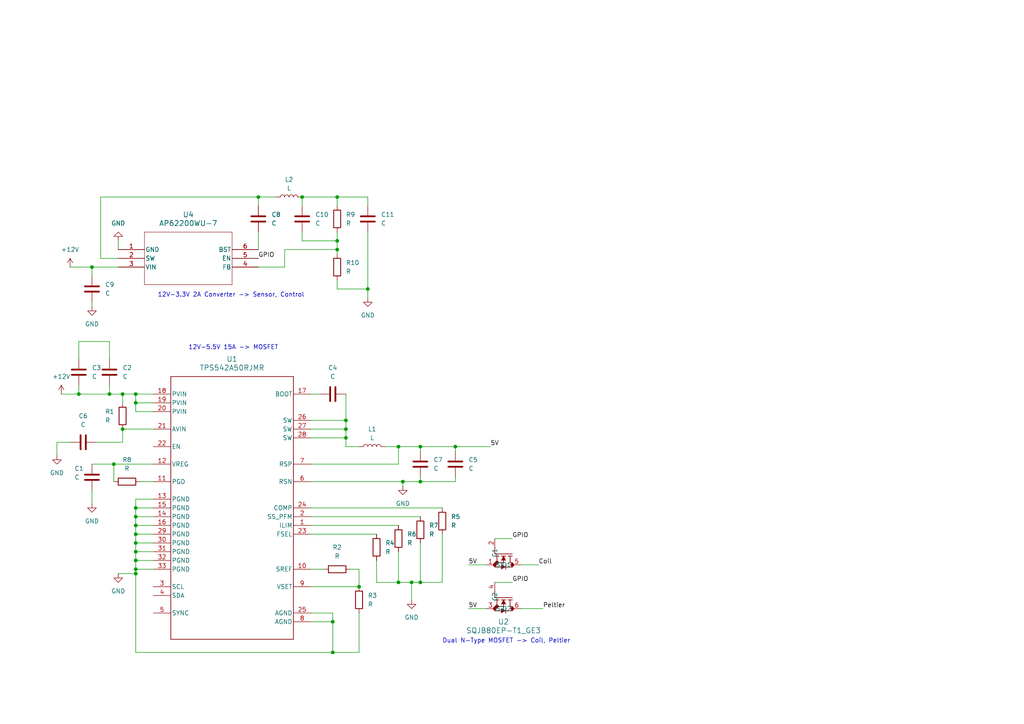
<source format=kicad_sch>
(kicad_sch (version 20230121) (generator eeschema)
  (paper "A4")
  (lib_symbols
    (symbol "AP62200WU_7:AP62200WU-7" (pin_names (offset 0.254))
      (property "Reference" "U" (at 20.32 10.16 0))
      (property "Value" "AP62200WU-7" (at 20.32 7.62 0))
      (symbol "AP62200WU-7_1_1"
        (polyline (pts (xy 7.62 -10.16) (xy 33.02 -10.16)) (stroke (width 0.127)))
        (polyline (pts (xy 7.62 5.08) (xy 7.62 -10.16)) (stroke (width 0.127)))
        (polyline (pts (xy 33.02 -10.16) (xy 33.02 5.08)) (stroke (width 0.127)))
        (polyline (pts (xy 33.02 5.08) (xy 7.62 5.08)) (stroke (width 0.127)))
        (pin power_out line (at 0 0 0) (length 7.62) (name "GND") (number "1"))
        (pin unspecified line (at 0 -2.54 0) (length 7.62) (name "SW") (number "2"))
        (pin power_in line (at 0 -5.08 0) (length 7.62) (name "VIN") (number "3"))
        (pin unspecified line (at 40.64 -5.08 180) (length 7.62) (name "FB") (number "4"))
        (pin input line (at 40.64 -2.54 180) (length 7.62) (name "EN") (number "5"))
        (pin input line (at 40.64 0 180) (length 7.62) (name "BST") (number "6"))
      )
    )
    (symbol "Device:C" (pin_numbers hide) (pin_names (offset 0.254))
      (property "Reference" "C" (at 0.635 2.54 0))
      (property "Value" "C" (at 0.635 -2.54 0))
      (symbol "C_0_1"
        (polyline (pts (xy -2.032 -0.762) (xy 2.032 -0.762)) (stroke (width 0.508)))
        (polyline (pts (xy -2.032 0.762) (xy 2.032 0.762)) (stroke (width 0.508)))
      )
      (symbol "C_1_1"
        (pin passive line (at 0 3.81 270) (length 2.794) (name "~") (number "1"))
        (pin passive line (at 0 -3.81 90) (length 2.794) (name "~") (number "2"))
      )
    )
    (symbol "Device:L" (pin_numbers hide) (pin_names (offset 1.016) hide)
      (property "Reference" "L" (at -1.27 0 90))
      (property "Value" "L" (at 1.905 0 90))
      (symbol "L_0_1"
        (arc (start 0 -2.54) (mid 0.6323 -1.905) (end 0 -1.27))
        (arc (start 0 -1.27) (mid 0.6323 -0.635) (end 0 0))
        (arc (start 0 0) (mid 0.6323 0.635) (end 0 1.27))
        (arc (start 0 1.27) (mid 0.6323 1.905) (end 0 2.54))
      )
      (symbol "L_1_1"
        (pin passive line (at 0 3.81 270) (length 1.27) (name "1") (number "1"))
        (pin passive line (at 0 -3.81 90) (length 1.27) (name "2") (number "2"))
      )
    )
    (symbol "Device:R" (pin_numbers hide) (pin_names (offset 0))
      (property "Reference" "R" (at 2.032 0 90))
      (property "Value" "R" (at 0 0 90))
      (symbol "R_0_1"
        (rectangle (start -1.016 -2.54) (end 1.016 2.54) (stroke (width 0.254)))
      )
      (symbol "R_1_1"
        (pin passive line (at 0 3.81 270) (length 1.27) (name "~") (number "1"))
        (pin passive line (at 0 -3.81 90) (length 1.27) (name "~") (number "2"))
      )
    )
    (symbol "SQJB80EP_T1_GE3:SQJB80EP-T1_GE3" (pin_names (offset 0.254))
      (property "Reference" "U" (at 3.81 14.605 0))
      (property "Value" "SQJB80EP-T1_GE3" (at 3.81 10.16 0))
      (symbol "SQJB80EP-T1_GE3_1_1"
        (polyline (pts (xy 2.54 0) (xy 4.445 0)) (stroke (width 0.2032)))
        (polyline (pts (xy 4.445 0) (xy 4.445 5.08)) (stroke (width 0.2032)))
        (polyline (pts (xy 5.08 0) (xy 5.08 1.27)) (stroke (width 0.2032)))
        (polyline (pts (xy 5.08 0.635) (xy 6.985 0.635)) (stroke (width 0.2032)))
        (polyline (pts (xy 5.08 1.905) (xy 5.08 3.175)) (stroke (width 0.2032)))
        (polyline (pts (xy 5.08 3.81) (xy 5.08 5.08)) (stroke (width 0.2032)))
        (polyline (pts (xy 5.08 4.445) (xy 6.985 4.445)) (stroke (width 0.2032)))
        (polyline (pts (xy 6.35 2.54) (xy 6.985 2.54)) (stroke (width 0.2032)))
        (polyline (pts (xy 6.985 0) (xy 6.985 2.54)) (stroke (width 0.2032)))
        (polyline (pts (xy 6.985 0) (xy 8.255 0)) (stroke (width 0.2032)))
        (polyline (pts (xy 6.985 4.445) (xy 6.985 5.08)) (stroke (width 0.2032)))
        (polyline (pts (xy 6.985 5.08) (xy 8.255 5.08)) (stroke (width 0.2032)))
        (polyline (pts (xy 8.255 0) (xy 8.255 1.905)) (stroke (width 0.2032)))
        (polyline (pts (xy 8.255 3.175) (xy 8.255 5.08)) (stroke (width 0.2032)))
        (polyline (pts (xy 8.89 3.175) (xy 7.62 3.175)) (stroke (width 0.2032)))
        (polyline (pts (xy 15.24 0) (xy 17.145 0)) (stroke (width 0.2032)))
        (polyline (pts (xy 17.145 0) (xy 17.145 5.08)) (stroke (width 0.2032)))
        (polyline (pts (xy 17.78 0) (xy 17.78 1.27)) (stroke (width 0.2032)))
        (polyline (pts (xy 17.78 0.635) (xy 19.685 0.635)) (stroke (width 0.2032)))
        (polyline (pts (xy 17.78 1.905) (xy 17.78 3.175)) (stroke (width 0.2032)))
        (polyline (pts (xy 17.78 3.81) (xy 17.78 5.08)) (stroke (width 0.2032)))
        (polyline (pts (xy 17.78 4.445) (xy 19.685 4.445)) (stroke (width 0.2032)))
        (polyline (pts (xy 19.05 2.54) (xy 19.685 2.54)) (stroke (width 0.2032)))
        (polyline (pts (xy 19.685 0) (xy 19.685 2.54)) (stroke (width 0.2032)))
        (polyline (pts (xy 19.685 0) (xy 20.955 0)) (stroke (width 0.2032)))
        (polyline (pts (xy 19.685 4.445) (xy 19.685 5.08)) (stroke (width 0.2032)))
        (polyline (pts (xy 19.685 5.08) (xy 20.955 5.08)) (stroke (width 0.2032)))
        (polyline (pts (xy 20.955 0) (xy 20.955 1.905)) (stroke (width 0.2032)))
        (polyline (pts (xy 20.955 3.175) (xy 20.955 5.08)) (stroke (width 0.2032)))
        (polyline (pts (xy 21.59 3.175) (xy 20.32 3.175)) (stroke (width 0.2032)))
        (polyline (pts (xy 6.35 3.175) (xy 5.08 2.54) (xy 6.35 1.905)) (fill (type outline)))
        (polyline (pts (xy 8.89 1.905) (xy 7.62 1.905) (xy 8.255 3.175)) (fill (type outline)))
        (polyline (pts (xy 19.05 3.175) (xy 17.78 2.54) (xy 19.05 1.905)) (fill (type outline)))
        (polyline (pts (xy 21.59 1.905) (xy 20.32 1.905) (xy 20.955 3.175)) (fill (type outline)))
        (circle (center 6.985 0.635) (radius 0.0254) (stroke (width 0.508)))
        (circle (center 7.62 0) (radius 0.0254) (stroke (width 0.508)))
        (circle (center 7.62 5.08) (radius 0.0254) (stroke (width 0.508)))
        (circle (center 19.685 0.635) (radius 0.0254) (stroke (width 0.508)))
        (circle (center 20.32 0) (radius 0.0254) (stroke (width 0.508)))
        (circle (center 20.32 5.08) (radius 0.0254) (stroke (width 0.508)))
        (pin bidirectional line (at 7.62 -2.54 90) (length 2.54) (name "S1") (number "1"))
        (pin bidirectional line (at 0 0 0) (length 2.54) (name "G1") (number "2"))
        (pin unspecified line (at 20.32 -2.54 90) (length 2.54) (name "S2") (number "3"))
        (pin bidirectional line (at 12.7 0 0) (length 2.54) (name "G2") (number "4"))
        (pin bidirectional line (at 7.62 7.62 270) (length 2.54) (name "D1") (number "5"))
        (pin bidirectional line (at 20.32 7.62 270) (length 2.54) (name "D2") (number "6"))
      )
    )
    (symbol "TPS542A50:TPS542A50RJMR" (pin_names (offset 0.254))
      (property "Reference" "U" (at 0 2.54 0))
      (property "Value" "TPS542A50RJMR" (at 0 0 0))
      (symbol "TPS542A50RJMR_1_1"
        (polyline (pts (xy -17.78 -38.1) (xy 17.78 -38.1)) (stroke (width 0.2032)))
        (polyline (pts (xy -17.78 38.1) (xy -17.78 -38.1)) (stroke (width 0.2032)))
        (polyline (pts (xy 17.78 -38.1) (xy 17.78 38.1)) (stroke (width 0.2032)))
        (polyline (pts (xy 17.78 38.1) (xy -17.78 38.1)) (stroke (width 0.2032)))
        (pin input line (at 22.86 -5.08 180) (length 5.08) (name "ILIM") (number "1"))
        (pin power_in line (at 22.86 -17.78 180) (length 5.08) (name "SREF") (number "10"))
        (pin open_collector line (at -22.86 7.62 0) (length 5.08) (name "PGD") (number "11"))
        (pin power_in line (at -22.86 12.7 0) (length 5.08) (name "VREG") (number "12"))
        (pin power_in line (at -22.86 2.54 0) (length 5.08) (name "PGND") (number "13"))
        (pin power_in line (at -22.86 -2.54 0) (length 5.08) (name "PGND") (number "14"))
        (pin power_in line (at -22.86 0 0) (length 5.08) (name "PGND") (number "15"))
        (pin power_in line (at -22.86 -5.08 0) (length 5.08) (name "PGND") (number "16"))
        (pin power_in line (at 22.86 33.02 180) (length 5.08) (name "BOOT") (number "17"))
        (pin power_in line (at -22.86 33.02 0) (length 5.08) (name "PVIN") (number "18"))
        (pin power_in line (at -22.86 30.48 0) (length 5.08) (name "PVIN") (number "19"))
        (pin input line (at 22.86 -2.54 180) (length 5.08) (name "SS_PFM") (number "2"))
        (pin power_in line (at -22.86 27.94 0) (length 5.08) (name "PVIN") (number "20"))
        (pin power_in line (at -22.86 22.86 0) (length 5.08) (name "AVIN") (number "21"))
        (pin input line (at -22.86 17.78 0) (length 5.08) (name "EN") (number "22"))
        (pin input line (at 22.86 -7.62 180) (length 5.08) (name "FSEL") (number "23"))
        (pin unspecified line (at 22.86 0 180) (length 5.08) (name "COMP") (number "24"))
        (pin power_in line (at 22.86 -30.48 180) (length 5.08) (name "AGND") (number "25"))
        (pin power_in line (at 22.86 25.4 180) (length 5.08) (name "SW") (number "26"))
        (pin power_in line (at 22.86 22.86 180) (length 5.08) (name "SW") (number "27"))
        (pin power_in line (at 22.86 20.32 180) (length 5.08) (name "SW") (number "28"))
        (pin power_in line (at -22.86 -7.62 0) (length 5.08) (name "PGND") (number "29"))
        (pin input line (at -22.86 -22.86 0) (length 5.08) (name "SCL") (number "3"))
        (pin power_in line (at -22.86 -10.16 0) (length 5.08) (name "PGND") (number "30"))
        (pin power_in line (at -22.86 -12.7 0) (length 5.08) (name "PGND") (number "31"))
        (pin power_in line (at -22.86 -15.24 0) (length 5.08) (name "PGND") (number "32"))
        (pin power_in line (at -22.86 -17.78 0) (length 5.08) (name "PGND") (number "33"))
        (pin input line (at -22.86 -25.4 0) (length 5.08) (name "SDA") (number "4"))
        (pin input line (at -22.86 -30.48 0) (length 5.08) (name "SYNC") (number "5"))
        (pin input line (at 22.86 7.62 180) (length 5.08) (name "RSN") (number "6"))
        (pin input line (at 22.86 12.7 180) (length 5.08) (name "RSP") (number "7"))
        (pin power_in line (at 22.86 -33.02 180) (length 5.08) (name "AGND") (number "8"))
        (pin power_in line (at 22.86 -22.86 180) (length 5.08) (name "VSET") (number "9"))
      )
    )
    (symbol "power:+12V" (power) (pin_names (offset 0))
      (property "Value" "+12V" (at 0 3.556 0))
      (symbol "+12V_0_1"
        (polyline (pts (xy -0.762 1.27) (xy 0 2.54)))
        (polyline (pts (xy 0 0) (xy 0 2.54)))
        (polyline (pts (xy 0 2.54) (xy 0.762 1.27)))
      )
      (symbol "+12V_1_1"
        (pin power_in line (at 0 0 90) (length 0) hide (name "+12V") (number "1"))
      )
    )
    (symbol "power:GND" (power) (pin_names (offset 0))
      (property "Value" "GND" (at 0 -3.81 0))
      (symbol "GND_0_1"
        (polyline (pts (xy 0 0) (xy 0 -1.27) (xy 1.27 -1.27) (xy 0 -2.54) (xy -1.27 -1.27) (xy 0 -1.27)))
      )
      (symbol "GND_1_1"
        (pin power_in line (at 0 0 270) (length 0) hide (name "GND") (number "1"))
      )
    )
  )
  (junction (at 97.79 72.39))
  (junction (at 121.92 129.54))
  (junction (at 35.56 124.46))
  (junction (at 115.57 129.54))
  (junction (at 96.52 180.34))
  (junction (at 39.37 162.56))
  (junction (at 39.37 116.84))
  (junction (at 132.08 129.54))
  (junction (at 121.92 168.91))
  (junction (at 106.68 83.82))
  (junction (at 35.56 114.3))
  (junction (at 87.63 57.15))
  (junction (at 39.37 165.1))
  (junction (at 39.37 154.94))
  (junction (at 116.84 139.7))
  (junction (at 121.92 139.7))
  (junction (at 74.93 57.15))
  (junction (at 119.38 168.91))
  (junction (at 100.33 121.92))
  (junction (at 97.79 57.15))
  (junction (at 115.57 168.91))
  (junction (at 39.37 152.4))
  (junction (at 96.52 189.23))
  (junction (at 33.02 134.62))
  (junction (at 39.37 166.37))
  (junction (at 100.33 127))
  (junction (at 39.37 149.86))
  (junction (at 39.37 157.48))
  (junction (at 31.75 114.3))
  (junction (at 22.86 114.3))
  (junction (at 97.79 69.85))
  (junction (at 104.14 170.18))
  (junction (at 26.67 77.47))
  (junction (at 100.33 124.46))
  (junction (at 39.37 160.02))
  (junction (at 39.37 147.32))
  (junction (at 39.37 114.3))
  (wire (pts (xy 106.68 59.69) (xy 106.68 57.15)))
  (wire (pts (xy 74.93 67.31) (xy 74.93 72.39)))
  (wire (pts (xy 121.92 138.43) (xy 121.92 139.7)))
  (wire (pts (xy 121.92 130.81) (xy 121.92 129.54)))
  (wire (pts (xy 22.86 114.3) (xy 31.75 114.3)))
  (wire (pts (xy 90.17 177.8) (xy 96.52 177.8)))
  (wire (pts (xy 39.37 152.4) (xy 39.37 154.94)))
  (wire (pts (xy 115.57 160.02) (xy 115.57 168.91)))
  (wire (pts (xy 82.55 77.47) (xy 82.55 72.39)))
  (wire (pts (xy 39.37 165.1) (xy 39.37 166.37)))
  (wire (pts (xy 116.84 139.7) (xy 121.92 139.7)))
  (wire (pts (xy 121.92 157.48) (xy 121.92 168.91)))
  (wire (pts (xy 104.14 165.1) (xy 104.14 170.18)))
  (wire (pts (xy 132.08 129.54) (xy 142.24 129.54)))
  (wire (pts (xy 39.37 149.86) (xy 39.37 152.4)))
  (wire (pts (xy 39.37 162.56) (xy 44.45 162.56)))
  (wire (pts (xy 39.37 160.02) (xy 39.37 162.56)))
  (wire (pts (xy 87.63 69.85) (xy 87.63 67.31)))
  (wire (pts (xy 74.93 57.15) (xy 80.01 57.15)))
  (wire (pts (xy 39.37 114.3) (xy 44.45 114.3)))
  (wire (pts (xy 26.67 87.63) (xy 26.67 88.9)))
  (wire (pts (xy 39.37 162.56) (xy 39.37 165.1)))
  (wire (pts (xy 151.13 163.83) (xy 156.21 163.83)))
  (wire (pts (xy 82.55 72.39) (xy 97.79 72.39)))
  (wire (pts (xy 39.37 144.78) (xy 39.37 147.32)))
  (wire (pts (xy 34.29 166.37) (xy 39.37 166.37)))
  (wire (pts (xy 104.14 177.8) (xy 104.14 189.23)))
  (wire (pts (xy 31.75 99.06) (xy 31.75 104.14)))
  (wire (pts (xy 100.33 114.3) (xy 100.33 121.92)))
  (wire (pts (xy 101.6 165.1) (xy 104.14 165.1)))
  (wire (pts (xy 39.37 147.32) (xy 39.37 149.86)))
  (wire (pts (xy 143.51 156.21) (xy 148.59 156.21)))
  (wire (pts (xy 22.86 111.76) (xy 22.86 114.3)))
  (wire (pts (xy 74.93 77.47) (xy 82.55 77.47)))
  (wire (pts (xy 26.67 142.24) (xy 26.67 146.05)))
  (wire (pts (xy 90.17 114.3) (xy 92.71 114.3)))
  (wire (pts (xy 106.68 67.31) (xy 106.68 83.82)))
  (wire (pts (xy 100.33 121.92) (xy 100.33 124.46)))
  (wire (pts (xy 35.56 114.3) (xy 39.37 114.3)))
  (wire (pts (xy 121.92 168.91) (xy 128.27 168.91)))
  (wire (pts (xy 97.79 59.69) (xy 97.79 57.15)))
  (wire (pts (xy 90.17 180.34) (xy 96.52 180.34)))
  (wire (pts (xy 27.94 128.27) (xy 35.56 128.27)))
  (wire (pts (xy 31.75 114.3) (xy 35.56 114.3)))
  (wire (pts (xy 39.37 154.94) (xy 44.45 154.94)))
  (wire (pts (xy 104.14 129.54) (xy 100.33 129.54)))
  (wire (pts (xy 90.17 139.7) (xy 116.84 139.7)))
  (wire (pts (xy 132.08 129.54) (xy 121.92 129.54)))
  (wire (pts (xy 96.52 180.34) (xy 96.52 189.23)))
  (wire (pts (xy 74.93 57.15) (xy 74.93 59.69)))
  (wire (pts (xy 97.79 81.28) (xy 97.79 83.82)))
  (wire (pts (xy 39.37 116.84) (xy 39.37 114.3)))
  (wire (pts (xy 100.33 124.46) (xy 100.33 127)))
  (wire (pts (xy 115.57 168.91) (xy 119.38 168.91)))
  (wire (pts (xy 90.17 170.18) (xy 104.14 170.18)))
  (wire (pts (xy 35.56 128.27) (xy 35.56 124.46)))
  (wire (pts (xy 90.17 149.86) (xy 121.92 149.86)))
  (wire (pts (xy 39.37 166.37) (xy 39.37 189.23)))
  (wire (pts (xy 16.51 128.27) (xy 20.32 128.27)))
  (wire (pts (xy 44.45 134.62) (xy 33.02 134.62)))
  (wire (pts (xy 111.76 129.54) (xy 115.57 129.54)))
  (wire (pts (xy 44.45 149.86) (xy 39.37 149.86)))
  (wire (pts (xy 90.17 134.62) (xy 115.57 134.62)))
  (wire (pts (xy 100.33 129.54) (xy 100.33 127)))
  (wire (pts (xy 31.75 111.76) (xy 31.75 114.3)))
  (wire (pts (xy 132.08 139.7) (xy 121.92 139.7)))
  (wire (pts (xy 22.86 104.14) (xy 22.86 99.06)))
  (wire (pts (xy 39.37 157.48) (xy 39.37 160.02)))
  (wire (pts (xy 132.08 130.81) (xy 132.08 129.54)))
  (wire (pts (xy 115.57 134.62) (xy 115.57 129.54)))
  (wire (pts (xy 34.29 74.93) (xy 29.21 74.93)))
  (wire (pts (xy 35.56 114.3) (xy 35.56 116.84)))
  (wire (pts (xy 26.67 77.47) (xy 34.29 77.47)))
  (wire (pts (xy 39.37 160.02) (xy 44.45 160.02)))
  (wire (pts (xy 39.37 154.94) (xy 39.37 157.48)))
  (wire (pts (xy 34.29 69.85) (xy 34.29 72.39)))
  (wire (pts (xy 119.38 168.91) (xy 119.38 173.99)))
  (wire (pts (xy 90.17 124.46) (xy 100.33 124.46)))
  (wire (pts (xy 22.86 99.06) (xy 31.75 99.06)))
  (wire (pts (xy 35.56 124.46) (xy 44.45 124.46)))
  (wire (pts (xy 29.21 57.15) (xy 74.93 57.15)))
  (wire (pts (xy 100.33 127) (xy 90.17 127)))
  (wire (pts (xy 33.02 134.62) (xy 33.02 139.7)))
  (wire (pts (xy 132.08 138.43) (xy 132.08 139.7)))
  (wire (pts (xy 16.51 128.27) (xy 16.51 132.08)))
  (wire (pts (xy 119.38 168.91) (xy 121.92 168.91)))
  (wire (pts (xy 97.79 72.39) (xy 97.79 73.66)))
  (wire (pts (xy 116.84 139.7) (xy 116.84 140.97)))
  (wire (pts (xy 40.64 139.7) (xy 44.45 139.7)))
  (wire (pts (xy 90.17 165.1) (xy 93.98 165.1)))
  (wire (pts (xy 39.37 165.1) (xy 44.45 165.1)))
  (wire (pts (xy 39.37 189.23) (xy 96.52 189.23)))
  (wire (pts (xy 97.79 57.15) (xy 87.63 57.15)))
  (wire (pts (xy 90.17 121.92) (xy 100.33 121.92)))
  (wire (pts (xy 39.37 116.84) (xy 44.45 116.84)))
  (wire (pts (xy 39.37 119.38) (xy 39.37 116.84)))
  (wire (pts (xy 39.37 147.32) (xy 44.45 147.32)))
  (wire (pts (xy 135.89 176.53) (xy 140.97 176.53)))
  (wire (pts (xy 20.32 77.47) (xy 26.67 77.47)))
  (wire (pts (xy 90.17 147.32) (xy 128.27 147.32)))
  (wire (pts (xy 143.51 168.91) (xy 148.59 168.91)))
  (wire (pts (xy 87.63 57.15) (xy 87.63 59.69)))
  (wire (pts (xy 151.13 176.53) (xy 157.48 176.53)))
  (wire (pts (xy 135.89 163.83) (xy 140.97 163.83)))
  (wire (pts (xy 97.79 69.85) (xy 97.79 72.39)))
  (wire (pts (xy 97.79 83.82) (xy 106.68 83.82)))
  (wire (pts (xy 97.79 67.31) (xy 97.79 69.85)))
  (wire (pts (xy 44.45 144.78) (xy 39.37 144.78)))
  (wire (pts (xy 115.57 129.54) (xy 121.92 129.54)))
  (wire (pts (xy 39.37 152.4) (xy 44.45 152.4)))
  (wire (pts (xy 96.52 189.23) (xy 104.14 189.23)))
  (wire (pts (xy 90.17 154.94) (xy 109.22 154.94)))
  (wire (pts (xy 90.17 152.4) (xy 115.57 152.4)))
  (wire (pts (xy 26.67 134.62) (xy 33.02 134.62)))
  (wire (pts (xy 17.78 114.3) (xy 22.86 114.3)))
  (wire (pts (xy 96.52 177.8) (xy 96.52 180.34)))
  (wire (pts (xy 106.68 57.15) (xy 97.79 57.15)))
  (wire (pts (xy 39.37 157.48) (xy 44.45 157.48)))
  (wire (pts (xy 44.45 119.38) (xy 39.37 119.38)))
  (wire (pts (xy 128.27 154.94) (xy 128.27 168.91)))
  (wire (pts (xy 97.79 69.85) (xy 87.63 69.85)))
  (wire (pts (xy 106.68 83.82) (xy 106.68 86.36)))
  (wire (pts (xy 109.22 162.56) (xy 109.22 168.91)))
  (wire (pts (xy 29.21 74.93) (xy 29.21 57.15)))
  (wire (pts (xy 109.22 168.91) (xy 115.57 168.91)))
  (wire (pts (xy 26.67 77.47) (xy 26.67 80.01)))
  (text "Dual N-Type MOSFET -> Coil, Peltier" (at 128.27 186.69 0) (effects (font (size 1.27 1.27)) (justify left bottom)))
  (text "12V-5.5V 15A -> MOSFET\n" (at 54.61 101.6 0) (effects (font (size 1.27 1.27)) (justify left bottom)))
  (text "12V-3.3V 2A Converter -> Sensor, Control" (at 45.72 86.36 0) (effects (font (size 1.27 1.27)) (justify left bottom)))
  (label "5V" (at 142.24 129.54 0))
  (label "GPIO" (at 148.59 168.91 0))
  (label "GPIO" (at 148.59 156.21 0))
  (label "GPIO" (at 74.93 74.93 0))
  (label "Peltier" (at 157.48 176.53 0))
  (label "5V" (at 135.89 163.83 0))
  (label "5V" (at 135.89 176.53 0))
  (label "Coil" (at 156.21 163.83 0))
  (symbol (lib_id "Device:L") (at 83.82 57.15 90) (unit 1)
    (property "Reference" "L2" (at 83.82 52.07 90))
    (property "Value" "L" (at 83.82 54.61 90))
  )
  (symbol (lib_id "Device:C") (at 31.75 107.95 0) (unit 1)
    (property "Reference" "C2" (at 35.56 106.68 0) (effects (justify left)))
    (property "Value" "C" (at 35.56 109.22 0) (effects (justify left)))
  )
  (symbol (lib_id "Device:R") (at 35.56 120.65 0) (unit 1)
    (property "Reference" "R1" (at 30.48 119.38 0) (effects (justify left)))
    (property "Value" "R" (at 30.48 121.92 0) (effects (justify left)))
  )
  (symbol (lib_id "Device:C") (at 22.86 107.95 0) (unit 1)
    (property "Reference" "C3" (at 26.67 106.68 0) (effects (justify left)))
    (property "Value" "C" (at 26.67 109.22 0) (effects (justify left)))
  )
  (symbol (lib_id "Device:C") (at 26.67 83.82 180) (unit 1)
    (property "Reference" "C9" (at 30.48 82.55 0) (effects (justify right)))
    (property "Value" "C" (at 30.48 85.09 0) (effects (justify right)))
  )
  (symbol (lib_id "Device:R") (at 104.14 173.99 0) (unit 1)
    (property "Reference" "R3" (at 106.68 172.72 0) (effects (justify left)))
    (property "Value" "R" (at 106.68 175.26 0) (effects (justify left)))
  )
  (symbol (lib_id "Device:R") (at 97.79 63.5 0) (unit 1)
    (property "Reference" "R9" (at 100.33 62.23 0) (effects (justify left)))
    (property "Value" "R" (at 100.33 64.77 0) (effects (justify left)))
  )
  (symbol (lib_id "power:GND") (at 119.38 173.99 0) (unit 1)
    (property "Reference" "#PWR03" (effects hide))
    (property "Value" "GND" (at 119.38 179.07 0))
  )
  (symbol (lib_id "power:+12V") (at 20.32 77.47 0) (unit 1)
    (property "Reference" "#PWR06" (effects hide))
    (property "Value" "+12V" (at 20.32 72.39 0))
  )
  (symbol (lib_id "Device:C") (at 74.93 63.5 180) (unit 1)
    (property "Reference" "C8" (at 78.74 62.23 0) (effects (justify right)))
    (property "Value" "C" (at 78.74 64.77 0) (effects (justify right)))
  )
  (symbol (lib_id "Device:L") (at 107.95 129.54 90) (unit 1)
    (property "Reference" "L1" (at 107.95 124.46 90))
    (property "Value" "L" (at 107.95 127 90))
  )
  (symbol (lib_id "Device:R") (at 36.83 139.7 90) (unit 1)
    (property "Reference" "R8" (at 36.83 133.35 90))
    (property "Value" "R" (at 36.83 135.89 90))
  )
  (symbol (lib_id "Device:C") (at 121.92 134.62 0) (unit 1)
    (property "Reference" "C7" (at 125.73 133.35 0) (effects (justify left)))
    (property "Value" "C" (at 125.73 135.89 0) (effects (justify left)))
  )
  (symbol (lib_id "power:GND") (at 34.29 69.85 180) (unit 1)
    (property "Reference" "#PWR08" (effects hide))
    (property "Value" "GND" (at 34.29 64.77 0))
  )
  (symbol (lib_id "power:GND") (at 26.67 88.9 0) (unit 1)
    (property "Reference" "#PWR09" (effects hide))
    (property "Value" "GND" (at 26.67 93.98 0))
  )
  (symbol (lib_id "power:GND") (at 16.51 132.08 0) (unit 1)
    (property "Reference" "#PWR04" (effects hide))
    (property "Value" "GND" (at 16.51 137.16 0))
  )
  (symbol (lib_id "Device:C") (at 106.68 63.5 180) (unit 1)
    (property "Reference" "C11" (at 110.49 62.23 0) (effects (justify right)))
    (property "Value" "C" (at 110.49 64.77 0) (effects (justify right)))
  )
  (symbol (lib_id "power:GND") (at 34.29 166.37 0) (unit 1)
    (property "Reference" "#PWR02" (effects hide))
    (property "Value" "GND" (at 34.29 171.45 0))
  )
  (symbol (lib_id "power:+12V") (at 17.78 114.3 0) (unit 1)
    (property "Reference" "#PWR07" (effects hide))
    (property "Value" "+12V" (at 17.78 109.22 0))
  )
  (symbol (lib_id "Device:C") (at 87.63 63.5 180) (unit 1)
    (property "Reference" "C10" (at 91.44 62.23 0) (effects (justify right)))
    (property "Value" "C" (at 91.44 64.77 0) (effects (justify right)))
  )
  (symbol (lib_id "AP62200WU_7:AP62200WU-7") (at 34.29 72.39 0) (unit 1)
    (property "Reference" "U4" (at 54.61 62.23 0) (effects (font (size 1.524 1.524))))
    (property "Value" "AP62200WU-7" (at 54.61 64.77 0) (effects (font (size 1.524 1.524))))
    (property "Footprint" "TSOT26-WU_DIO" (effects hide))
    (property "Datasheet" "AP62200WU-7" (effects hide))
  )
  (symbol (lib_id "Device:R") (at 115.57 156.21 180) (unit 1)
    (property "Reference" "R6" (at 118.11 154.94 0) (effects (justify right)))
    (property "Value" "R" (at 118.11 157.48 0) (effects (justify right)))
  )
  (symbol (lib_id "Device:C") (at 24.13 128.27 90) (unit 1)
    (property "Reference" "C6" (at 24.13 120.65 90))
    (property "Value" "C" (at 24.13 123.19 90))
  )
  (symbol (lib_id "Device:R") (at 97.79 77.47 0) (unit 1)
    (property "Reference" "R10" (at 100.33 76.2 0) (effects (justify left)))
    (property "Value" "R" (at 100.33 78.74 0) (effects (justify left)))
  )
  (symbol (lib_id "TPS542A50:TPS542A50RJMR") (at 67.31 147.32 0) (unit 1)
    (property "Reference" "U1" (at 67.31 104.14 0) (effects (font (size 1.524 1.524))))
    (property "Value" "TPS542A50RJMR" (at 67.31 106.68 0) (effects (font (size 1.524 1.524))))
    (property "Footprint" "RJM0033A" (effects hide))
    (property "Datasheet" "TPS542A50RJMR" (effects hide))
  )
  (symbol (lib_id "Device:R") (at 121.92 153.67 180) (unit 1)
    (property "Reference" "R7" (at 124.46 152.4 0) (effects (justify right)))
    (property "Value" "R" (at 124.46 154.94 0) (effects (justify right)))
  )
  (symbol (lib_id "Device:C") (at 96.52 114.3 90) (unit 1)
    (property "Reference" "C4" (at 96.52 106.68 90))
    (property "Value" "C" (at 96.52 109.22 90))
  )
  (symbol (lib_id "Device:R") (at 109.22 158.75 0) (unit 1)
    (property "Reference" "R4" (at 111.76 157.48 0) (effects (justify left)))
    (property "Value" "R" (at 111.76 160.02 0) (effects (justify left)))
  )
  (symbol (lib_id "Device:R") (at 128.27 151.13 0) (unit 1)
    (property "Reference" "R5" (at 130.81 149.86 0) (effects (justify left)))
    (property "Value" "R" (at 130.81 152.4 0) (effects (justify left)))
  )
  (symbol (lib_id "Device:C") (at 132.08 134.62 0) (unit 1)
    (property "Reference" "C5" (at 135.89 133.35 0) (effects (justify left)))
    (property "Value" "C" (at 135.89 135.89 0) (effects (justify left)))
  )
  (symbol (lib_id "SQJB80EP_T1_GE3:SQJB80EP-T1_GE3") (at 143.51 156.21 270) (unit 1)
    (property "Reference" "U2" (at 146.05 180.34 90) (effects (font (size 1.524 1.524))))
    (property "Value" "SQJB80EP-T1_GE3" (at 146.05 182.88 90) (effects (font (size 1.524 1.524))))
    (property "Footprint" "MOSFET_DEP-T1_GE3_VIS" (effects hide))
    (property "Datasheet" "SQJB80EP-T1_GE3" (effects hide))
  )
  (symbol (lib_id "Device:R") (at 97.79 165.1 90) (unit 1)
    (property "Reference" "R2" (at 97.79 158.75 90))
    (property "Value" "R" (at 97.79 161.29 90))
  )
  (symbol (lib_id "power:GND") (at 116.84 140.97 0) (unit 1)
    (property "Reference" "#PWR05" (effects hide))
    (property "Value" "GND" (at 116.84 146.05 0))
  )
  (symbol (lib_id "power:GND") (at 106.68 86.36 0) (unit 1)
    (property "Reference" "#PWR010" (effects hide))
    (property "Value" "GND" (at 106.68 91.44 0))
  )
  (symbol (lib_id "Device:C") (at 26.67 138.43 0) (unit 1)
    (property "Reference" "C1" (at 21.59 135.89 0) (effects (justify left)))
    (property "Value" "C" (at 21.59 138.43 0) (effects (justify left)))
  )
  (symbol (lib_id "power:GND") (at 26.67 146.05 0) (unit 1)
    (property "Reference" "#PWR01" (effects hide))
    (property "Value" "GND" (at 26.67 151.13 0))
  )
)
</source>
